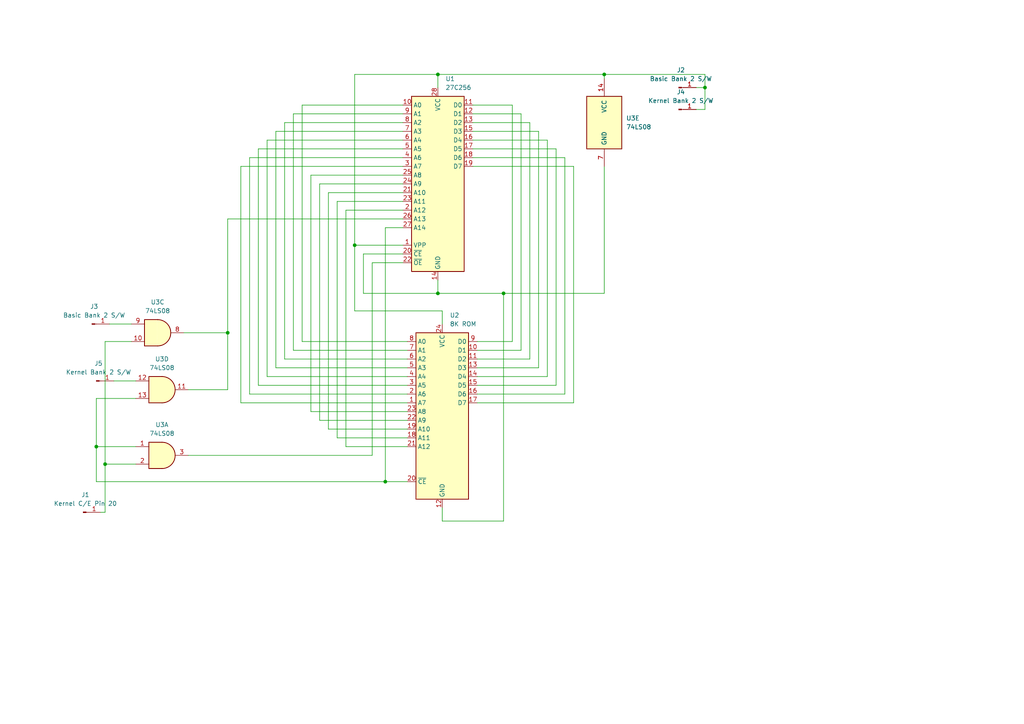
<source format=kicad_sch>
(kicad_sch (version 20230121) (generator eeschema)
  (paper "A4")
  (lib_symbols
    (symbol "74xx:74LS08" (pin_names (offset 1.016))
      (property "Reference" "U" (at 0 1.27 0))
      (property "Value" "74LS08" (at 0 -1.27 0))
      (symbol "74LS08_1_1"
        (arc (start 0 -3.81) (mid 3.7934 0) (end 0 3.81) (stroke (width 0.254)) (fill (type background)))
        (polyline (pts (xy 0 3.81) (xy -3.81 3.81) (xy -3.81 -3.81) (xy 0 -3.81)) (stroke (width 0.254)) (fill (type background)))
        (pin input line (at -7.62 2.54 0) (length 3.81) (name "~") (number "1"))
        (pin input line (at -7.62 -2.54 0) (length 3.81) (name "~") (number "2"))
        (pin output line (at 7.62 0 180) (length 3.81) (name "~") (number "3"))
      )
      (symbol "74LS08_1_2"
        (arc (start -3.81 -3.81) (mid -2.589 0) (end -3.81 3.81) (stroke (width 0.254)))
        (arc (start -0.6096 -3.81) (mid 2.1842 -2.5851) (end 3.81 0) (stroke (width 0.254)) (fill (type background)))
        (polyline (pts (xy -3.81 -3.81) (xy -0.635 -3.81)) (stroke (width 0.254)) (fill (type background)))
        (polyline (pts (xy -3.81 3.81) (xy -0.635 3.81)) (stroke (width 0.254)) (fill (type background)))
        (polyline (pts (xy -0.635 3.81) (xy -3.81 3.81) (xy -3.81 3.81) (xy -3.556 3.4036) (xy -3.0226 2.2606) (xy -2.6924 1.0414) (xy -2.6162 -0.254) (xy -2.7686 -1.4986) (xy -3.175 -2.7178) (xy -3.81 -3.81) (xy -3.81 -3.81) (xy -0.635 -3.81)) (stroke (width -25.4)) (fill (type background)))
        (arc (start 3.81 0) (mid 2.1915 2.5936) (end -0.6096 3.81) (stroke (width 0.254)) (fill (type background)))
        (pin input inverted (at -7.62 2.54 0) (length 4.318) (name "~") (number "1"))
        (pin input inverted (at -7.62 -2.54 0) (length 4.318) (name "~") (number "2"))
        (pin output inverted (at 7.62 0 180) (length 3.81) (name "~") (number "3"))
      )
      (symbol "74LS08_2_1"
        (arc (start 0 -3.81) (mid 3.7934 0) (end 0 3.81) (stroke (width 0.254)) (fill (type background)))
        (polyline (pts (xy 0 3.81) (xy -3.81 3.81) (xy -3.81 -3.81) (xy 0 -3.81)) (stroke (width 0.254)) (fill (type background)))
        (pin input line (at -7.62 2.54 0) (length 3.81) (name "~") (number "4"))
        (pin input line (at -7.62 -2.54 0) (length 3.81) (name "~") (number "5"))
        (pin output line (at 7.62 0 180) (length 3.81) (name "~") (number "6"))
      )
      (symbol "74LS08_2_2"
        (arc (start -3.81 -3.81) (mid -2.589 0) (end -3.81 3.81) (stroke (width 0.254)))
        (arc (start -0.6096 -3.81) (mid 2.1842 -2.5851) (end 3.81 0) (stroke (width 0.254)) (fill (type background)))
        (polyline (pts (xy -3.81 -3.81) (xy -0.635 -3.81)) (stroke (width 0.254)) (fill (type background)))
        (polyline (pts (xy -3.81 3.81) (xy -0.635 3.81)) (stroke (width 0.254)) (fill (type background)))
        (polyline (pts (xy -0.635 3.81) (xy -3.81 3.81) (xy -3.81 3.81) (xy -3.556 3.4036) (xy -3.0226 2.2606) (xy -2.6924 1.0414) (xy -2.6162 -0.254) (xy -2.7686 -1.4986) (xy -3.175 -2.7178) (xy -3.81 -3.81) (xy -3.81 -3.81) (xy -0.635 -3.81)) (stroke (width -25.4)) (fill (type background)))
        (arc (start 3.81 0) (mid 2.1915 2.5936) (end -0.6096 3.81) (stroke (width 0.254)) (fill (type background)))
        (pin input inverted (at -7.62 2.54 0) (length 4.318) (name "~") (number "4"))
        (pin input inverted (at -7.62 -2.54 0) (length 4.318) (name "~") (number "5"))
        (pin output inverted (at 7.62 0 180) (length 3.81) (name "~") (number "6"))
      )
      (symbol "74LS08_3_1"
        (arc (start 0 -3.81) (mid 3.7934 0) (end 0 3.81) (stroke (width 0.254)) (fill (type background)))
        (polyline (pts (xy 0 3.81) (xy -3.81 3.81) (xy -3.81 -3.81) (xy 0 -3.81)) (stroke (width 0.254)) (fill (type background)))
        (pin input line (at -7.62 -2.54 0) (length 3.81) (name "~") (number "10"))
        (pin output line (at 7.62 0 180) (length 3.81) (name "~") (number "8"))
        (pin input line (at -7.62 2.54 0) (length 3.81) (name "~") (number "9"))
      )
      (symbol "74LS08_3_2"
        (arc (start -3.81 -3.81) (mid -2.589 0) (end -3.81 3.81) (stroke (width 0.254)))
        (arc (start -0.6096 -3.81) (mid 2.1842 -2.5851) (end 3.81 0) (stroke (width 0.254)) (fill (type background)))
        (polyline (pts (xy -3.81 -3.81) (xy -0.635 -3.81)) (stroke (width 0.254)) (fill (type background)))
        (polyline (pts (xy -3.81 3.81) (xy -0.635 3.81)) (stroke (width 0.254)) (fill (type background)))
        (polyline (pts (xy -0.635 3.81) (xy -3.81 3.81) (xy -3.81 3.81) (xy -3.556 3.4036) (xy -3.0226 2.2606) (xy -2.6924 1.0414) (xy -2.6162 -0.254) (xy -2.7686 -1.4986) (xy -3.175 -2.7178) (xy -3.81 -3.81) (xy -3.81 -3.81) (xy -0.635 -3.81)) (stroke (width -25.4)) (fill (type background)))
        (arc (start 3.81 0) (mid 2.1915 2.5936) (end -0.6096 3.81) (stroke (width 0.254)) (fill (type background)))
        (pin input inverted (at -7.62 -2.54 0) (length 4.318) (name "~") (number "10"))
        (pin output inverted (at 7.62 0 180) (length 3.81) (name "~") (number "8"))
        (pin input inverted (at -7.62 2.54 0) (length 4.318) (name "~") (number "9"))
      )
      (symbol "74LS08_4_1"
        (arc (start 0 -3.81) (mid 3.7934 0) (end 0 3.81) (stroke (width 0.254)) (fill (type background)))
        (polyline (pts (xy 0 3.81) (xy -3.81 3.81) (xy -3.81 -3.81) (xy 0 -3.81)) (stroke (width 0.254)) (fill (type background)))
        (pin output line (at 7.62 0 180) (length 3.81) (name "~") (number "11"))
        (pin input line (at -7.62 2.54 0) (length 3.81) (name "~") (number "12"))
        (pin input line (at -7.62 -2.54 0) (length 3.81) (name "~") (number "13"))
      )
      (symbol "74LS08_4_2"
        (arc (start -3.81 -3.81) (mid -2.589 0) (end -3.81 3.81) (stroke (width 0.254)))
        (arc (start -0.6096 -3.81) (mid 2.1842 -2.5851) (end 3.81 0) (stroke (width 0.254)) (fill (type background)))
        (polyline (pts (xy -3.81 -3.81) (xy -0.635 -3.81)) (stroke (width 0.254)) (fill (type background)))
        (polyline (pts (xy -3.81 3.81) (xy -0.635 3.81)) (stroke (width 0.254)) (fill (type background)))
        (polyline (pts (xy -0.635 3.81) (xy -3.81 3.81) (xy -3.81 3.81) (xy -3.556 3.4036) (xy -3.0226 2.2606) (xy -2.6924 1.0414) (xy -2.6162 -0.254) (xy -2.7686 -1.4986) (xy -3.175 -2.7178) (xy -3.81 -3.81) (xy -3.81 -3.81) (xy -0.635 -3.81)) (stroke (width -25.4)) (fill (type background)))
        (arc (start 3.81 0) (mid 2.1915 2.5936) (end -0.6096 3.81) (stroke (width 0.254)) (fill (type background)))
        (pin output inverted (at 7.62 0 180) (length 3.81) (name "~") (number "11"))
        (pin input inverted (at -7.62 2.54 0) (length 4.318) (name "~") (number "12"))
        (pin input inverted (at -7.62 -2.54 0) (length 4.318) (name "~") (number "13"))
      )
      (symbol "74LS08_5_0"
        (pin power_in line (at 0 12.7 270) (length 5.08) (name "VCC") (number "14"))
        (pin power_in line (at 0 -12.7 90) (length 5.08) (name "GND") (number "7"))
      )
      (symbol "74LS08_5_1"
        (rectangle (start -5.08 7.62) (end 5.08 -7.62) (stroke (width 0.254)) (fill (type background)))
      )
    )
    (symbol "Connector:Conn_01x01_Pin" (pin_names (offset 1.016) hide)
      (property "Reference" "J" (at 0 2.54 0))
      (property "Value" "Conn_01x01_Pin" (at 0 -2.54 0))
      (symbol "Conn_01x01_Pin_1_1"
        (polyline (pts (xy 1.27 0) (xy 0.8636 0)) (stroke (width 0.1524)))
        (rectangle (start 0.8636 0.127) (end 0 -0.127) (stroke (width 0.1524)) (fill (type outline)))
        (pin passive line (at 5.08 0 180) (length 3.81) (name "Pin_1") (number "1"))
      )
    )
    (symbol "Memory_EPROM:27C256"
      (property "Reference" "U" (at -7.62 26.67 0))
      (property "Value" "27C256" (at 2.54 -26.67 0))
      (symbol "27C256_1_1"
        (rectangle (start -7.62 25.4) (end 7.62 -25.4) (stroke (width 0.254)) (fill (type background)))
        (pin input line (at -10.16 -17.78 0) (length 2.54) (name "VPP") (number "1"))
        (pin input line (at -10.16 22.86 0) (length 2.54) (name "A0") (number "10"))
        (pin tri_state line (at 10.16 22.86 180) (length 2.54) (name "D0") (number "11"))
        (pin tri_state line (at 10.16 20.32 180) (length 2.54) (name "D1") (number "12"))
        (pin tri_state line (at 10.16 17.78 180) (length 2.54) (name "D2") (number "13"))
        (pin power_in line (at 0 -27.94 90) (length 2.54) (name "GND") (number "14"))
        (pin tri_state line (at 10.16 15.24 180) (length 2.54) (name "D3") (number "15"))
        (pin tri_state line (at 10.16 12.7 180) (length 2.54) (name "D4") (number "16"))
        (pin tri_state line (at 10.16 10.16 180) (length 2.54) (name "D5") (number "17"))
        (pin tri_state line (at 10.16 7.62 180) (length 2.54) (name "D6") (number "18"))
        (pin tri_state line (at 10.16 5.08 180) (length 2.54) (name "D7") (number "19"))
        (pin input line (at -10.16 -7.62 0) (length 2.54) (name "A12") (number "2"))
        (pin input line (at -10.16 -20.32 0) (length 2.54) (name "~{CE}") (number "20"))
        (pin input line (at -10.16 -2.54 0) (length 2.54) (name "A10") (number "21"))
        (pin input line (at -10.16 -22.86 0) (length 2.54) (name "~{OE}") (number "22"))
        (pin input line (at -10.16 -5.08 0) (length 2.54) (name "A11") (number "23"))
        (pin input line (at -10.16 0 0) (length 2.54) (name "A9") (number "24"))
        (pin input line (at -10.16 2.54 0) (length 2.54) (name "A8") (number "25"))
        (pin input line (at -10.16 -10.16 0) (length 2.54) (name "A13") (number "26"))
        (pin input line (at -10.16 -12.7 0) (length 2.54) (name "A14") (number "27"))
        (pin power_in line (at 0 27.94 270) (length 2.54) (name "VCC") (number "28"))
        (pin input line (at -10.16 5.08 0) (length 2.54) (name "A7") (number "3"))
        (pin input line (at -10.16 7.62 0) (length 2.54) (name "A6") (number "4"))
        (pin input line (at -10.16 10.16 0) (length 2.54) (name "A5") (number "5"))
        (pin input line (at -10.16 12.7 0) (length 2.54) (name "A4") (number "6"))
        (pin input line (at -10.16 15.24 0) (length 2.54) (name "A3") (number "7"))
        (pin input line (at -10.16 17.78 0) (length 2.54) (name "A2") (number "8"))
        (pin input line (at -10.16 20.32 0) (length 2.54) (name "A1") (number "9"))
      )
    )
    (symbol "Memory_EPROM:27C64"
      (property "Reference" "U2" (at 2.1941 27.94 0))
      (property "Value" "32Kbit ROM" (at 2.1941 25.4 0))
      (symbol "27C64_1_1"
        (rectangle (start -7.62 22.86) (end 7.62 -25.4) (stroke (width 0.254)) (fill (type background)))
        (pin input line (at -10.16 2.54 0) (length 2.54) (name "A7") (number "1"))
        (pin tri_state line (at 10.16 17.78 180) (length 2.54) (name "D1") (number "10"))
        (pin tri_state line (at 10.16 15.24 180) (length 2.54) (name "D2") (number "11"))
        (pin power_in line (at 0 -27.94 90) (length 2.54) (name "GND") (number "12"))
        (pin tri_state line (at 10.16 12.7 180) (length 2.54) (name "D3") (number "13"))
        (pin tri_state line (at 10.16 10.16 180) (length 2.54) (name "D4") (number "14"))
        (pin tri_state line (at 10.16 7.62 180) (length 2.54) (name "D5") (number "15"))
        (pin tri_state line (at 10.16 5.08 180) (length 2.54) (name "D6") (number "16"))
        (pin tri_state line (at 10.16 2.54 180) (length 2.54) (name "D7") (number "17"))
        (pin input line (at -10.16 -7.62 0) (length 2.54) (name "A11") (number "18"))
        (pin input line (at -10.16 -5.08 0) (length 2.54) (name "A10") (number "19"))
        (pin input line (at -10.16 5.08 0) (length 2.54) (name "A6") (number "2"))
        (pin input line (at -10.16 -20.32 0) (length 2.54) (name "~{CE}") (number "20"))
        (pin input line (at -10.16 -10.16 0) (length 2.54) (name "A12") (number "21"))
        (pin input line (at -10.16 -2.54 0) (length 2.54) (name "A9") (number "22"))
        (pin input line (at -10.16 0 0) (length 2.54) (name "A8") (number "23"))
        (pin power_in line (at 0 25.4 270) (length 2.54) (name "VCC") (number "24"))
        (pin no_connect line (at 7.62 0 180) (length 2.54) hide (name "NC") (number "26"))
        (pin input line (at -10.16 7.62 0) (length 2.54) (name "A5") (number "3"))
        (pin input line (at -10.16 10.16 0) (length 2.54) (name "A4") (number "4"))
        (pin input line (at -10.16 12.7 0) (length 2.54) (name "A3") (number "5"))
        (pin input line (at -10.16 15.24 0) (length 2.54) (name "A2") (number "6"))
        (pin input line (at -10.16 17.78 0) (length 2.54) (name "A1") (number "7"))
        (pin input line (at -10.16 20.32 0) (length 2.54) (name "A0") (number "8"))
        (pin tri_state line (at 10.16 20.32 180) (length 2.54) (name "D0") (number "9"))
      )
    )
  )
  (junction (at 111.76 139.7))
  (junction (at 27.94 129.54))
  (junction (at 127 21.59))
  (junction (at 127 85.09))
  (junction (at 204.47 25.4))
  (junction (at 102.87 71.12))
  (junction (at 30.48 134.62))
  (junction (at 146.05 85.09))
  (junction (at 66.04 96.52))
  (junction (at 175.26 21.59))
  (wire (pts (xy 85.09 33.02) (xy 116.84 33.02)))
  (wire (pts (xy 116.84 66.04) (xy 111.76 66.04)))
  (wire (pts (xy 163.83 114.3) (xy 163.83 45.72)))
  (wire (pts (xy 175.26 22.86) (xy 175.26 21.59)))
  (wire (pts (xy 138.43 116.84) (xy 166.37 116.84)))
  (wire (pts (xy 69.85 116.84) (xy 69.85 48.26)))
  (wire (pts (xy 161.29 111.76) (xy 161.29 43.18)))
  (wire (pts (xy 80.01 106.68) (xy 80.01 38.1)))
  (wire (pts (xy 97.79 127) (xy 97.79 58.42)))
  (wire (pts (xy 118.11 99.06) (xy 87.63 99.06)))
  (wire (pts (xy 105.41 73.66) (xy 105.41 85.09)))
  (wire (pts (xy 92.71 53.34) (xy 116.84 53.34)))
  (wire (pts (xy 153.67 35.56) (xy 137.16 35.56)))
  (wire (pts (xy 204.47 25.4) (xy 204.47 31.75)))
  (wire (pts (xy 118.11 119.38) (xy 90.17 119.38)))
  (wire (pts (xy 87.63 99.06) (xy 87.63 30.48)))
  (wire (pts (xy 82.55 35.56) (xy 116.84 35.56)))
  (wire (pts (xy 82.55 104.14) (xy 82.55 35.56)))
  (wire (pts (xy 118.11 104.14) (xy 82.55 104.14)))
  (wire (pts (xy 27.94 129.54) (xy 39.37 129.54)))
  (wire (pts (xy 72.39 45.72) (xy 116.84 45.72)))
  (wire (pts (xy 30.48 99.06) (xy 30.48 134.62)))
  (wire (pts (xy 66.04 63.5) (xy 116.84 63.5)))
  (wire (pts (xy 161.29 43.18) (xy 137.16 43.18)))
  (wire (pts (xy 128.27 90.17) (xy 102.87 90.17)))
  (wire (pts (xy 127 85.09) (xy 146.05 85.09)))
  (wire (pts (xy 116.84 73.66) (xy 105.41 73.66)))
  (wire (pts (xy 102.87 90.17) (xy 102.87 71.12)))
  (wire (pts (xy 80.01 38.1) (xy 116.84 38.1)))
  (wire (pts (xy 69.85 48.26) (xy 116.84 48.26)))
  (wire (pts (xy 118.11 111.76) (xy 74.93 111.76)))
  (wire (pts (xy 204.47 21.59) (xy 175.26 21.59)))
  (wire (pts (xy 118.11 109.22) (xy 77.47 109.22)))
  (wire (pts (xy 138.43 104.14) (xy 153.67 104.14)))
  (wire (pts (xy 138.43 101.6) (xy 151.13 101.6)))
  (wire (pts (xy 107.95 76.2) (xy 116.84 76.2)))
  (wire (pts (xy 27.94 139.7) (xy 27.94 129.54)))
  (wire (pts (xy 95.25 124.46) (xy 95.25 55.88)))
  (wire (pts (xy 175.26 85.09) (xy 146.05 85.09)))
  (wire (pts (xy 66.04 113.03) (xy 66.04 96.52)))
  (wire (pts (xy 85.09 101.6) (xy 85.09 33.02)))
  (wire (pts (xy 39.37 115.57) (xy 27.94 115.57)))
  (wire (pts (xy 118.11 106.68) (xy 80.01 106.68)))
  (wire (pts (xy 146.05 151.13) (xy 128.27 151.13)))
  (wire (pts (xy 158.75 40.64) (xy 137.16 40.64)))
  (wire (pts (xy 204.47 21.59) (xy 204.47 25.4)))
  (wire (pts (xy 97.79 58.42) (xy 116.84 58.42)))
  (wire (pts (xy 163.83 45.72) (xy 137.16 45.72)))
  (wire (pts (xy 148.59 99.06) (xy 148.59 30.48)))
  (wire (pts (xy 92.71 121.92) (xy 92.71 53.34)))
  (wire (pts (xy 175.26 48.26) (xy 175.26 85.09)))
  (wire (pts (xy 74.93 111.76) (xy 74.93 43.18)))
  (wire (pts (xy 95.25 55.88) (xy 116.84 55.88)))
  (wire (pts (xy 27.94 115.57) (xy 27.94 129.54)))
  (wire (pts (xy 107.95 132.08) (xy 107.95 76.2)))
  (wire (pts (xy 201.93 25.4) (xy 204.47 25.4)))
  (wire (pts (xy 111.76 139.7) (xy 118.11 139.7)))
  (wire (pts (xy 54.61 132.08) (xy 107.95 132.08)))
  (wire (pts (xy 66.04 96.52) (xy 66.04 63.5)))
  (wire (pts (xy 156.21 38.1) (xy 137.16 38.1)))
  (wire (pts (xy 166.37 116.84) (xy 166.37 48.26)))
  (wire (pts (xy 151.13 101.6) (xy 151.13 33.02)))
  (wire (pts (xy 118.11 121.92) (xy 92.71 121.92)))
  (wire (pts (xy 166.37 48.26) (xy 137.16 48.26)))
  (wire (pts (xy 148.59 30.48) (xy 137.16 30.48)))
  (wire (pts (xy 128.27 90.17) (xy 128.27 93.98)))
  (wire (pts (xy 100.33 129.54) (xy 100.33 60.96)))
  (wire (pts (xy 138.43 99.06) (xy 148.59 99.06)))
  (wire (pts (xy 90.17 119.38) (xy 90.17 50.8)))
  (wire (pts (xy 158.75 109.22) (xy 158.75 40.64)))
  (wire (pts (xy 118.11 129.54) (xy 100.33 129.54)))
  (wire (pts (xy 30.48 134.62) (xy 39.37 134.62)))
  (wire (pts (xy 72.39 114.3) (xy 72.39 45.72)))
  (wire (pts (xy 74.93 43.18) (xy 116.84 43.18)))
  (wire (pts (xy 138.43 106.68) (xy 156.21 106.68)))
  (wire (pts (xy 118.11 101.6) (xy 85.09 101.6)))
  (wire (pts (xy 102.87 21.59) (xy 102.87 71.12)))
  (wire (pts (xy 54.61 113.03) (xy 66.04 113.03)))
  (wire (pts (xy 201.93 31.75) (xy 204.47 31.75)))
  (wire (pts (xy 127 21.59) (xy 102.87 21.59)))
  (wire (pts (xy 118.11 127) (xy 97.79 127)))
  (wire (pts (xy 29.21 148.59) (xy 30.48 148.59)))
  (wire (pts (xy 38.1 99.06) (xy 30.48 99.06)))
  (wire (pts (xy 138.43 111.76) (xy 161.29 111.76)))
  (wire (pts (xy 138.43 109.22) (xy 158.75 109.22)))
  (wire (pts (xy 118.11 124.46) (xy 95.25 124.46)))
  (wire (pts (xy 138.43 114.3) (xy 163.83 114.3)))
  (wire (pts (xy 127 81.28) (xy 127 85.09)))
  (wire (pts (xy 77.47 40.64) (xy 116.84 40.64)))
  (wire (pts (xy 90.17 50.8) (xy 116.84 50.8)))
  (wire (pts (xy 105.41 85.09) (xy 127 85.09)))
  (wire (pts (xy 175.26 21.59) (xy 127 21.59)))
  (wire (pts (xy 33.02 110.49) (xy 39.37 110.49)))
  (wire (pts (xy 111.76 66.04) (xy 111.76 139.7)))
  (wire (pts (xy 118.11 116.84) (xy 69.85 116.84)))
  (wire (pts (xy 53.34 96.52) (xy 66.04 96.52)))
  (wire (pts (xy 102.87 71.12) (xy 116.84 71.12)))
  (wire (pts (xy 27.94 139.7) (xy 111.76 139.7)))
  (wire (pts (xy 146.05 85.09) (xy 146.05 151.13)))
  (wire (pts (xy 127 25.4) (xy 127 21.59)))
  (wire (pts (xy 128.27 151.13) (xy 128.27 147.32)))
  (wire (pts (xy 31.75 93.98) (xy 38.1 93.98)))
  (wire (pts (xy 118.11 114.3) (xy 72.39 114.3)))
  (wire (pts (xy 30.48 148.59) (xy 30.48 134.62)))
  (wire (pts (xy 151.13 33.02) (xy 137.16 33.02)))
  (wire (pts (xy 77.47 109.22) (xy 77.47 40.64)))
  (wire (pts (xy 156.21 106.68) (xy 156.21 38.1)))
  (wire (pts (xy 100.33 60.96) (xy 116.84 60.96)))
  (wire (pts (xy 87.63 30.48) (xy 116.84 30.48)))
  (wire (pts (xy 153.67 104.14) (xy 153.67 35.56)))
  (symbol (lib_id "Memory_EPROM:27C64") (at 128.27 119.38 0) (unit 1)
    (property "Reference" "U2" (at 130.4641 91.44 0) (effects (justify left)))
    (property "Value" "8K ROM" (at 130.4641 93.98 0) (effects (justify left)))
    (property "Footprint" "Package_DIP:DIP-24_W15.24mm" (effects hide))
    (property "Datasheet" "http://ww1.microchip.com/downloads/en/DeviceDoc/11107M.pdf" (effects hide))
  )
  (symbol (lib_id "74xx:74LS08") (at 46.99 113.03 0) (unit 4)
    (property "Reference" "U3" (at 46.9817 104.14 0))
    (property "Value" "74LS08" (at 46.9817 106.68 0))
    (property "Footprint" "Package_DIP:DIP-14_W7.62mm" (effects hide))
    (property "Datasheet" "http://www.ti.com/lit/gpn/sn74LS08" (effects hide))
  )
  (symbol (lib_id "Memory_EPROM:27C256") (at 127 53.34 0) (unit 1)
    (property "Reference" "U1" (at 129.1941 22.86 0) (effects (justify left)))
    (property "Value" "27C256" (at 129.1941 25.4 0) (effects (justify left)))
    (property "Footprint" "Package_DIP:DIP-28_W15.24mm" (effects hide))
    (property "Datasheet" "http://ww1.microchip.com/downloads/en/DeviceDoc/doc0014.pdf" (effects hide))
  )
  (symbol (lib_id "Connector:Conn_01x01_Pin") (at 24.13 148.59 0) (unit 1)
    (property "Reference" "J1" (at 24.765 143.51 0))
    (property "Value" "Kernel C/E Pin 20" (at 24.765 146.05 0))
    (property "Footprint" "Connector_Pin:Pin_D0.7mm_L6.5mm_W1.8mm_FlatFork" (effects hide))
  )
  (symbol (lib_id "Connector:Conn_01x01_Pin") (at 26.67 93.98 0) (unit 1)
    (property "Reference" "J3" (at 27.305 88.9 0))
    (property "Value" "Basic Bank 2 S/W" (at 27.305 91.44 0))
    (property "Footprint" "Connector_Pin:Pin_D0.7mm_L6.5mm_W1.8mm_FlatFork" (effects hide))
  )
  (symbol (lib_id "74xx:74LS08") (at 46.99 132.08 0) (unit 1)
    (property "Reference" "U3" (at 46.9817 123.19 0))
    (property "Value" "74LS08" (at 46.9817 125.73 0))
    (property "Footprint" "Package_DIP:DIP-14_W7.62mm" (effects hide))
    (property "Datasheet" "http://www.ti.com/lit/gpn/sn74LS08" (effects hide))
  )
  (symbol (lib_id "74xx:74LS08") (at 45.72 96.52 0) (unit 3)
    (property "Reference" "U3" (at 45.7117 87.63 0))
    (property "Value" "74LS08" (at 45.7117 90.17 0))
    (property "Footprint" "Package_DIP:DIP-14_W7.62mm" (effects hide))
    (property "Datasheet" "http://www.ti.com/lit/gpn/sn74LS08" (effects hide))
  )
  (symbol (lib_id "74xx:74LS08") (at 175.26 35.56 0) (unit 5)
    (property "Reference" "U3" (at 181.61 34.29 0) (effects (justify left)))
    (property "Value" "74LS08" (at 181.61 36.83 0) (effects (justify left)))
    (property "Footprint" "Package_DIP:DIP-14_W7.62mm" (effects hide))
    (property "Datasheet" "http://www.ti.com/lit/gpn/sn74LS08" (effects hide))
  )
  (symbol (lib_id "Connector:Conn_01x01_Pin") (at 196.85 31.75 0) (unit 1)
    (property "Reference" "J4" (at 197.485 26.67 0))
    (property "Value" "Kernel Bank 2 S/W" (at 197.485 29.21 0))
    (property "Footprint" "Connector_Pin:Pin_D0.7mm_L6.5mm_W1.8mm_FlatFork" (effects hide))
  )
  (symbol (lib_id "Connector:Conn_01x01_Pin") (at 196.85 25.4 0) (unit 1)
    (property "Reference" "J2" (at 197.485 20.32 0))
    (property "Value" "Basic Bank 2 S/W" (at 197.485 22.86 0))
    (property "Footprint" "Connector_Pin:Pin_D0.7mm_L6.5mm_W1.8mm_FlatFork" (effects hide))
  )
  (symbol (lib_id "Connector:Conn_01x01_Pin") (at 27.94 110.49 0) (unit 1)
    (property "Reference" "J5" (at 28.575 105.41 0))
    (property "Value" "Kernel Bank 2 S/W" (at 28.575 107.95 0))
    (property "Footprint" "Connector_Pin:Pin_D0.7mm_L6.5mm_W1.8mm_FlatFork" (effects hide))
  )
)
</source>
